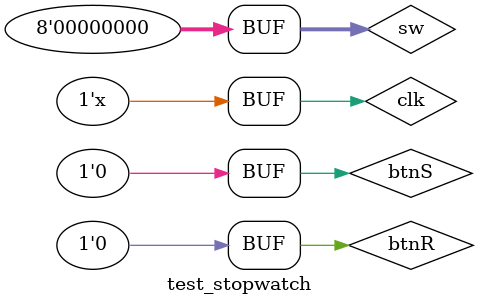
<source format=v>
`timescale 1ns / 1ps


module test_stopwatch;

	// Inputs
	reg clk;
	reg btnR;
	reg btnS;
	reg [7:0] sw;

	// Outputs
	wire [7:0] seg;
	wire [3:0] an;

	// Instantiate the Unit Under Test (UUT)
	stopwatch uut (
		.clk(clk), 
		.btnR(btnR), 
		.btnS(btnS), 
		.sw(sw), 
		.seg(seg), 
		.an(an)
	);

	initial begin
		// Initialize Inputs
		clk = 0;
		btnR = 0;
		btnS = 0;
		sw = 0;

		// Wait 100 ns for global reset to finish
		#100;
        
		// Add stimulus here

	end
    
    always #5 clk = ~clk;
      
endmodule


</source>
